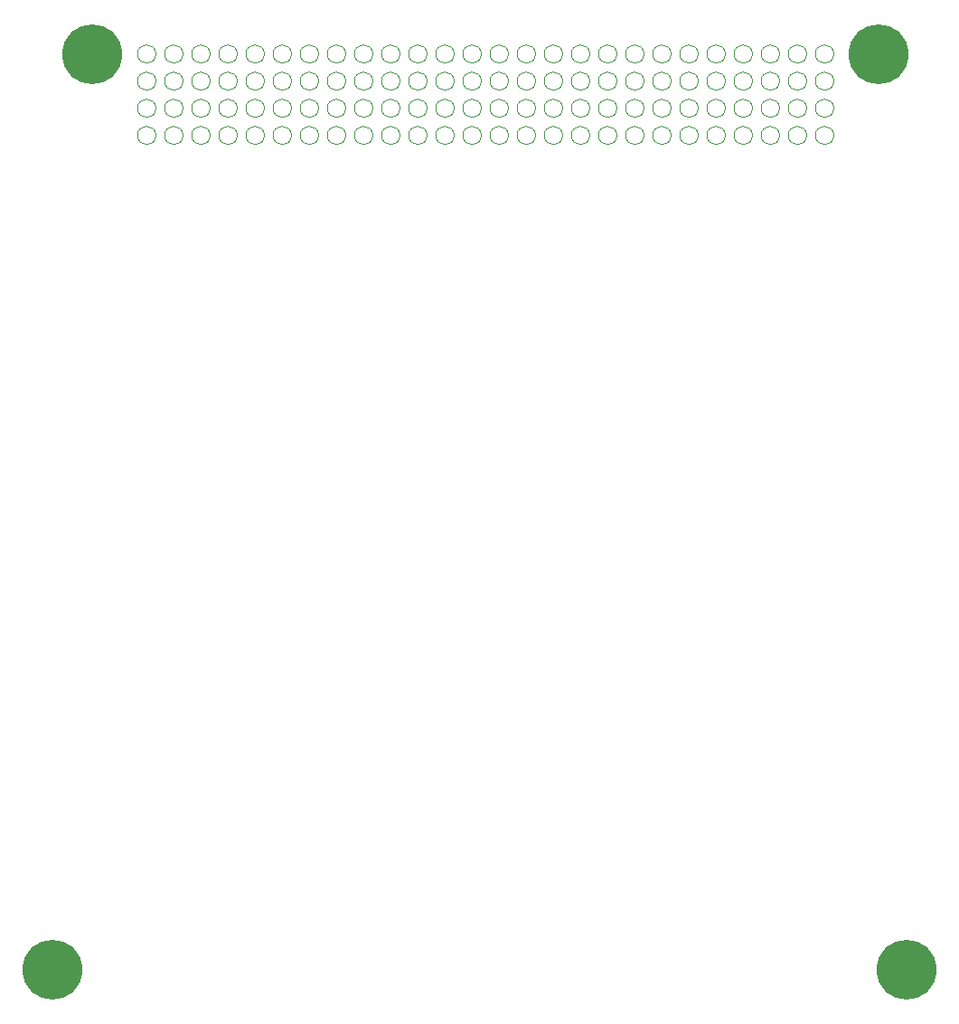
<source format=gbs>
G04 #@! TF.GenerationSoftware,KiCad,Pcbnew,7.0.9-1.fc38*
G04 #@! TF.CreationDate,2023-11-17T02:46:57-03:00*
G04 #@! TF.ProjectId,pc104-adapter-bottom,70633130-342d-4616-9461-707465722d62,v2.1*
G04 #@! TF.SameCoordinates,Original*
G04 #@! TF.FileFunction,Soldermask,Bot*
G04 #@! TF.FilePolarity,Negative*
%FSLAX46Y46*%
G04 Gerber Fmt 4.6, Leading zero omitted, Abs format (unit mm)*
G04 Created by KiCad (PCBNEW 7.0.9-1.fc38) date 2023-11-17 02:46:57*
%MOMM*%
%LPD*%
G01*
G04 APERTURE LIST*
%ADD10C,0.100000*%
%ADD11C,5.600000*%
G04 APERTURE END LIST*
D10*
X116111000Y-54236000D02*
G75*
G03*
X116111000Y-54236000I-861000J0D01*
G01*
X116111000Y-56776000D02*
G75*
G03*
X116111000Y-56776000I-861000J0D01*
G01*
X118651000Y-54236000D02*
G75*
G03*
X118651000Y-54236000I-861000J0D01*
G01*
X118651000Y-56776000D02*
G75*
G03*
X118651000Y-56776000I-861000J0D01*
G01*
X121191000Y-54236000D02*
G75*
G03*
X121191000Y-54236000I-861000J0D01*
G01*
X121191000Y-56776000D02*
G75*
G03*
X121191000Y-56776000I-861000J0D01*
G01*
X123731000Y-54236000D02*
G75*
G03*
X123731000Y-54236000I-861000J0D01*
G01*
X123731000Y-56776000D02*
G75*
G03*
X123731000Y-56776000I-861000J0D01*
G01*
X126271000Y-54236000D02*
G75*
G03*
X126271000Y-54236000I-861000J0D01*
G01*
X126271000Y-56776000D02*
G75*
G03*
X126271000Y-56776000I-861000J0D01*
G01*
X128811000Y-54236000D02*
G75*
G03*
X128811000Y-54236000I-861000J0D01*
G01*
X128811000Y-56776000D02*
G75*
G03*
X128811000Y-56776000I-861000J0D01*
G01*
X131351000Y-54236000D02*
G75*
G03*
X131351000Y-54236000I-861000J0D01*
G01*
X131351000Y-56776000D02*
G75*
G03*
X131351000Y-56776000I-861000J0D01*
G01*
X133891000Y-54236000D02*
G75*
G03*
X133891000Y-54236000I-861000J0D01*
G01*
X133891000Y-56776000D02*
G75*
G03*
X133891000Y-56776000I-861000J0D01*
G01*
X136431000Y-54236000D02*
G75*
G03*
X136431000Y-54236000I-861000J0D01*
G01*
X136431000Y-56776000D02*
G75*
G03*
X136431000Y-56776000I-861000J0D01*
G01*
X138971000Y-54236000D02*
G75*
G03*
X138971000Y-54236000I-861000J0D01*
G01*
X138971000Y-56776000D02*
G75*
G03*
X138971000Y-56776000I-861000J0D01*
G01*
X141511000Y-54236000D02*
G75*
G03*
X141511000Y-54236000I-861000J0D01*
G01*
X141511000Y-56776000D02*
G75*
G03*
X141511000Y-56776000I-861000J0D01*
G01*
X144051000Y-54236000D02*
G75*
G03*
X144051000Y-54236000I-861000J0D01*
G01*
X144051000Y-56776000D02*
G75*
G03*
X144051000Y-56776000I-861000J0D01*
G01*
X146591000Y-54236000D02*
G75*
G03*
X146591000Y-54236000I-861000J0D01*
G01*
X146591000Y-56776000D02*
G75*
G03*
X146591000Y-56776000I-861000J0D01*
G01*
X149131000Y-54236000D02*
G75*
G03*
X149131000Y-54236000I-861000J0D01*
G01*
X149131000Y-56776000D02*
G75*
G03*
X149131000Y-56776000I-861000J0D01*
G01*
X151671000Y-54236000D02*
G75*
G03*
X151671000Y-54236000I-861000J0D01*
G01*
X151671000Y-56776000D02*
G75*
G03*
X151671000Y-56776000I-861000J0D01*
G01*
X154211000Y-54236000D02*
G75*
G03*
X154211000Y-54236000I-861000J0D01*
G01*
X154211000Y-56776000D02*
G75*
G03*
X154211000Y-56776000I-861000J0D01*
G01*
X156751000Y-54236000D02*
G75*
G03*
X156751000Y-54236000I-861000J0D01*
G01*
X156751000Y-56776000D02*
G75*
G03*
X156751000Y-56776000I-861000J0D01*
G01*
X159291000Y-54236000D02*
G75*
G03*
X159291000Y-54236000I-861000J0D01*
G01*
X159291000Y-56776000D02*
G75*
G03*
X159291000Y-56776000I-861000J0D01*
G01*
X161831000Y-54236000D02*
G75*
G03*
X161831000Y-54236000I-861000J0D01*
G01*
X161831000Y-56776000D02*
G75*
G03*
X161831000Y-56776000I-861000J0D01*
G01*
X164371000Y-54236000D02*
G75*
G03*
X164371000Y-54236000I-861000J0D01*
G01*
X164371000Y-56776000D02*
G75*
G03*
X164371000Y-56776000I-861000J0D01*
G01*
X166911000Y-54236000D02*
G75*
G03*
X166911000Y-54236000I-861000J0D01*
G01*
X166911000Y-56776000D02*
G75*
G03*
X166911000Y-56776000I-861000J0D01*
G01*
X169451000Y-54236000D02*
G75*
G03*
X169451000Y-54236000I-861000J0D01*
G01*
X169451000Y-56776000D02*
G75*
G03*
X169451000Y-56776000I-861000J0D01*
G01*
X171991000Y-54236000D02*
G75*
G03*
X171991000Y-54236000I-861000J0D01*
G01*
X171991000Y-56776000D02*
G75*
G03*
X171991000Y-56776000I-861000J0D01*
G01*
X174531000Y-54236000D02*
G75*
G03*
X174531000Y-54236000I-861000J0D01*
G01*
X174531000Y-56776000D02*
G75*
G03*
X174531000Y-56776000I-861000J0D01*
G01*
X177071000Y-54236000D02*
G75*
G03*
X177071000Y-54236000I-861000J0D01*
G01*
X177071000Y-56776000D02*
G75*
G03*
X177071000Y-56776000I-861000J0D01*
G01*
X179611000Y-54236000D02*
G75*
G03*
X179611000Y-54236000I-861000J0D01*
G01*
X179611000Y-56776000D02*
G75*
G03*
X179611000Y-56776000I-861000J0D01*
G01*
X116111000Y-59316000D02*
G75*
G03*
X116111000Y-59316000I-861000J0D01*
G01*
X116111000Y-61856000D02*
G75*
G03*
X116111000Y-61856000I-861000J0D01*
G01*
X118651000Y-59316000D02*
G75*
G03*
X118651000Y-59316000I-861000J0D01*
G01*
X118651000Y-61856000D02*
G75*
G03*
X118651000Y-61856000I-861000J0D01*
G01*
X121191000Y-59316000D02*
G75*
G03*
X121191000Y-59316000I-861000J0D01*
G01*
X121191000Y-61856000D02*
G75*
G03*
X121191000Y-61856000I-861000J0D01*
G01*
X123731000Y-59316000D02*
G75*
G03*
X123731000Y-59316000I-861000J0D01*
G01*
X123731000Y-61856000D02*
G75*
G03*
X123731000Y-61856000I-861000J0D01*
G01*
X126271000Y-59316000D02*
G75*
G03*
X126271000Y-59316000I-861000J0D01*
G01*
X126271000Y-61856000D02*
G75*
G03*
X126271000Y-61856000I-861000J0D01*
G01*
X128811000Y-59316000D02*
G75*
G03*
X128811000Y-59316000I-861000J0D01*
G01*
X128811000Y-61856000D02*
G75*
G03*
X128811000Y-61856000I-861000J0D01*
G01*
X131351000Y-59316000D02*
G75*
G03*
X131351000Y-59316000I-861000J0D01*
G01*
X131351000Y-61856000D02*
G75*
G03*
X131351000Y-61856000I-861000J0D01*
G01*
X133891000Y-59316000D02*
G75*
G03*
X133891000Y-59316000I-861000J0D01*
G01*
X133891000Y-61856000D02*
G75*
G03*
X133891000Y-61856000I-861000J0D01*
G01*
X136431000Y-59316000D02*
G75*
G03*
X136431000Y-59316000I-861000J0D01*
G01*
X136431000Y-61856000D02*
G75*
G03*
X136431000Y-61856000I-861000J0D01*
G01*
X138971000Y-59316000D02*
G75*
G03*
X138971000Y-59316000I-861000J0D01*
G01*
X138971000Y-61856000D02*
G75*
G03*
X138971000Y-61856000I-861000J0D01*
G01*
X141511000Y-59316000D02*
G75*
G03*
X141511000Y-59316000I-861000J0D01*
G01*
X141511000Y-61856000D02*
G75*
G03*
X141511000Y-61856000I-861000J0D01*
G01*
X144051000Y-59316000D02*
G75*
G03*
X144051000Y-59316000I-861000J0D01*
G01*
X144051000Y-61856000D02*
G75*
G03*
X144051000Y-61856000I-861000J0D01*
G01*
X146591000Y-59316000D02*
G75*
G03*
X146591000Y-59316000I-861000J0D01*
G01*
X146591000Y-61856000D02*
G75*
G03*
X146591000Y-61856000I-861000J0D01*
G01*
X149131000Y-59316000D02*
G75*
G03*
X149131000Y-59316000I-861000J0D01*
G01*
X149131000Y-61856000D02*
G75*
G03*
X149131000Y-61856000I-861000J0D01*
G01*
X151671000Y-59316000D02*
G75*
G03*
X151671000Y-59316000I-861000J0D01*
G01*
X151671000Y-61856000D02*
G75*
G03*
X151671000Y-61856000I-861000J0D01*
G01*
X154211000Y-59316000D02*
G75*
G03*
X154211000Y-59316000I-861000J0D01*
G01*
X154211000Y-61856000D02*
G75*
G03*
X154211000Y-61856000I-861000J0D01*
G01*
X156751000Y-59316000D02*
G75*
G03*
X156751000Y-59316000I-861000J0D01*
G01*
X156751000Y-61856000D02*
G75*
G03*
X156751000Y-61856000I-861000J0D01*
G01*
X159291000Y-59316000D02*
G75*
G03*
X159291000Y-59316000I-861000J0D01*
G01*
X159291000Y-61856000D02*
G75*
G03*
X159291000Y-61856000I-861000J0D01*
G01*
X161831000Y-59316000D02*
G75*
G03*
X161831000Y-59316000I-861000J0D01*
G01*
X161831000Y-61856000D02*
G75*
G03*
X161831000Y-61856000I-861000J0D01*
G01*
X164371000Y-59316000D02*
G75*
G03*
X164371000Y-59316000I-861000J0D01*
G01*
X164371000Y-61856000D02*
G75*
G03*
X164371000Y-61856000I-861000J0D01*
G01*
X166911000Y-59316000D02*
G75*
G03*
X166911000Y-59316000I-861000J0D01*
G01*
X166911000Y-61856000D02*
G75*
G03*
X166911000Y-61856000I-861000J0D01*
G01*
X169451000Y-59316000D02*
G75*
G03*
X169451000Y-59316000I-861000J0D01*
G01*
X169451000Y-61856000D02*
G75*
G03*
X169451000Y-61856000I-861000J0D01*
G01*
X171991000Y-59316000D02*
G75*
G03*
X171991000Y-59316000I-861000J0D01*
G01*
X171991000Y-61856000D02*
G75*
G03*
X171991000Y-61856000I-861000J0D01*
G01*
X174531000Y-59316000D02*
G75*
G03*
X174531000Y-59316000I-861000J0D01*
G01*
X174531000Y-61856000D02*
G75*
G03*
X174531000Y-61856000I-861000J0D01*
G01*
X177071000Y-59316000D02*
G75*
G03*
X177071000Y-59316000I-861000J0D01*
G01*
X177071000Y-61856000D02*
G75*
G03*
X177071000Y-61856000I-861000J0D01*
G01*
X179611000Y-59316000D02*
G75*
G03*
X179611000Y-59316000I-861000J0D01*
G01*
X179611000Y-61856000D02*
G75*
G03*
X179611000Y-61856000I-861000J0D01*
G01*
D11*
X110150000Y-54234000D03*
X183840000Y-54236000D03*
X106450000Y-139936000D03*
X186450000Y-139936000D03*
M02*

</source>
